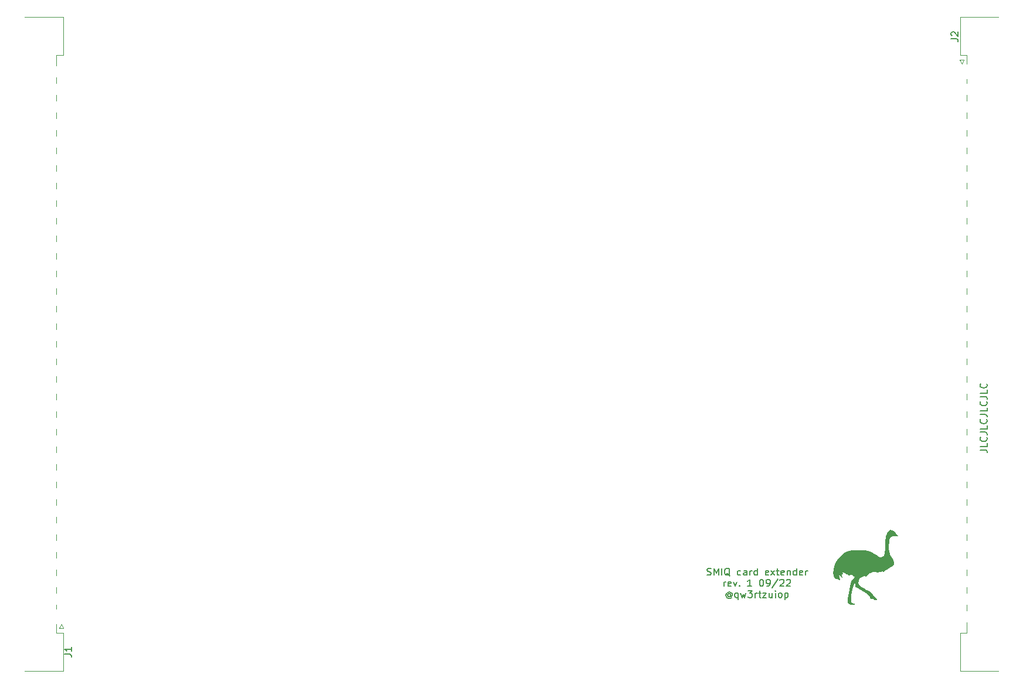
<source format=gbr>
%TF.GenerationSoftware,KiCad,Pcbnew,(6.0.5)*%
%TF.CreationDate,2022-10-01T08:02:50+02:00*%
%TF.ProjectId,riser,72697365-722e-46b6-9963-61645f706362,rev?*%
%TF.SameCoordinates,Original*%
%TF.FileFunction,Legend,Top*%
%TF.FilePolarity,Positive*%
%FSLAX46Y46*%
G04 Gerber Fmt 4.6, Leading zero omitted, Abs format (unit mm)*
G04 Created by KiCad (PCBNEW (6.0.5)) date 2022-10-01 08:02:50*
%MOMM*%
%LPD*%
G01*
G04 APERTURE LIST*
%ADD10C,0.150000*%
%ADD11C,0.300000*%
%ADD12C,0.120000*%
G04 APERTURE END LIST*
D10*
X198080380Y-126793047D02*
X198794666Y-126793047D01*
X198937523Y-126840666D01*
X199032761Y-126935904D01*
X199080380Y-127078761D01*
X199080380Y-127174000D01*
X199080380Y-125840666D02*
X199080380Y-126316857D01*
X198080380Y-126316857D01*
X198985142Y-124935904D02*
X199032761Y-124983523D01*
X199080380Y-125126380D01*
X199080380Y-125221619D01*
X199032761Y-125364476D01*
X198937523Y-125459714D01*
X198842285Y-125507333D01*
X198651809Y-125554952D01*
X198508952Y-125554952D01*
X198318476Y-125507333D01*
X198223238Y-125459714D01*
X198128000Y-125364476D01*
X198080380Y-125221619D01*
X198080380Y-125126380D01*
X198128000Y-124983523D01*
X198175619Y-124935904D01*
X198080380Y-124221619D02*
X198794666Y-124221619D01*
X198937523Y-124269238D01*
X199032761Y-124364476D01*
X199080380Y-124507333D01*
X199080380Y-124602571D01*
X199080380Y-123269238D02*
X199080380Y-123745428D01*
X198080380Y-123745428D01*
X198985142Y-122364476D02*
X199032761Y-122412095D01*
X199080380Y-122554952D01*
X199080380Y-122650190D01*
X199032761Y-122793047D01*
X198937523Y-122888285D01*
X198842285Y-122935904D01*
X198651809Y-122983523D01*
X198508952Y-122983523D01*
X198318476Y-122935904D01*
X198223238Y-122888285D01*
X198128000Y-122793047D01*
X198080380Y-122650190D01*
X198080380Y-122554952D01*
X198128000Y-122412095D01*
X198175619Y-122364476D01*
X198080380Y-121650190D02*
X198794666Y-121650190D01*
X198937523Y-121697809D01*
X199032761Y-121793047D01*
X199080380Y-121935904D01*
X199080380Y-122031142D01*
X199080380Y-120697809D02*
X199080380Y-121174000D01*
X198080380Y-121174000D01*
X198985142Y-119793047D02*
X199032761Y-119840666D01*
X199080380Y-119983523D01*
X199080380Y-120078761D01*
X199032761Y-120221619D01*
X198937523Y-120316857D01*
X198842285Y-120364476D01*
X198651809Y-120412095D01*
X198508952Y-120412095D01*
X198318476Y-120364476D01*
X198223238Y-120316857D01*
X198128000Y-120221619D01*
X198080380Y-120078761D01*
X198080380Y-119983523D01*
X198128000Y-119840666D01*
X198175619Y-119793047D01*
X198080380Y-119078761D02*
X198794666Y-119078761D01*
X198937523Y-119126380D01*
X199032761Y-119221619D01*
X199080380Y-119364476D01*
X199080380Y-119459714D01*
X199080380Y-118126380D02*
X199080380Y-118602571D01*
X198080380Y-118602571D01*
X198985142Y-117221619D02*
X199032761Y-117269238D01*
X199080380Y-117412095D01*
X199080380Y-117507333D01*
X199032761Y-117650190D01*
X198937523Y-117745428D01*
X198842285Y-117793047D01*
X198651809Y-117840666D01*
X198508952Y-117840666D01*
X198318476Y-117793047D01*
X198223238Y-117745428D01*
X198128000Y-117650190D01*
X198080380Y-117507333D01*
X198080380Y-117412095D01*
X198128000Y-117269238D01*
X198175619Y-117221619D01*
X158647714Y-144844761D02*
X158790571Y-144892380D01*
X159028666Y-144892380D01*
X159123904Y-144844761D01*
X159171523Y-144797142D01*
X159219142Y-144701904D01*
X159219142Y-144606666D01*
X159171523Y-144511428D01*
X159123904Y-144463809D01*
X159028666Y-144416190D01*
X158838190Y-144368571D01*
X158742952Y-144320952D01*
X158695333Y-144273333D01*
X158647714Y-144178095D01*
X158647714Y-144082857D01*
X158695333Y-143987619D01*
X158742952Y-143940000D01*
X158838190Y-143892380D01*
X159076285Y-143892380D01*
X159219142Y-143940000D01*
X159647714Y-144892380D02*
X159647714Y-143892380D01*
X159981047Y-144606666D01*
X160314380Y-143892380D01*
X160314380Y-144892380D01*
X160790571Y-144892380D02*
X160790571Y-143892380D01*
X161933428Y-144987619D02*
X161838190Y-144940000D01*
X161742952Y-144844761D01*
X161600095Y-144701904D01*
X161504857Y-144654285D01*
X161409619Y-144654285D01*
X161457238Y-144892380D02*
X161362000Y-144844761D01*
X161266761Y-144749523D01*
X161219142Y-144559047D01*
X161219142Y-144225714D01*
X161266761Y-144035238D01*
X161362000Y-143940000D01*
X161457238Y-143892380D01*
X161647714Y-143892380D01*
X161742952Y-143940000D01*
X161838190Y-144035238D01*
X161885809Y-144225714D01*
X161885809Y-144559047D01*
X161838190Y-144749523D01*
X161742952Y-144844761D01*
X161647714Y-144892380D01*
X161457238Y-144892380D01*
X163504857Y-144844761D02*
X163409619Y-144892380D01*
X163219142Y-144892380D01*
X163123904Y-144844761D01*
X163076285Y-144797142D01*
X163028666Y-144701904D01*
X163028666Y-144416190D01*
X163076285Y-144320952D01*
X163123904Y-144273333D01*
X163219142Y-144225714D01*
X163409619Y-144225714D01*
X163504857Y-144273333D01*
X164362000Y-144892380D02*
X164362000Y-144368571D01*
X164314380Y-144273333D01*
X164219142Y-144225714D01*
X164028666Y-144225714D01*
X163933428Y-144273333D01*
X164362000Y-144844761D02*
X164266761Y-144892380D01*
X164028666Y-144892380D01*
X163933428Y-144844761D01*
X163885809Y-144749523D01*
X163885809Y-144654285D01*
X163933428Y-144559047D01*
X164028666Y-144511428D01*
X164266761Y-144511428D01*
X164362000Y-144463809D01*
X164838190Y-144892380D02*
X164838190Y-144225714D01*
X164838190Y-144416190D02*
X164885809Y-144320952D01*
X164933428Y-144273333D01*
X165028666Y-144225714D01*
X165123904Y-144225714D01*
X165885809Y-144892380D02*
X165885809Y-143892380D01*
X165885809Y-144844761D02*
X165790571Y-144892380D01*
X165600095Y-144892380D01*
X165504857Y-144844761D01*
X165457238Y-144797142D01*
X165409619Y-144701904D01*
X165409619Y-144416190D01*
X165457238Y-144320952D01*
X165504857Y-144273333D01*
X165600095Y-144225714D01*
X165790571Y-144225714D01*
X165885809Y-144273333D01*
X167504857Y-144844761D02*
X167409619Y-144892380D01*
X167219142Y-144892380D01*
X167123904Y-144844761D01*
X167076285Y-144749523D01*
X167076285Y-144368571D01*
X167123904Y-144273333D01*
X167219142Y-144225714D01*
X167409619Y-144225714D01*
X167504857Y-144273333D01*
X167552476Y-144368571D01*
X167552476Y-144463809D01*
X167076285Y-144559047D01*
X167885809Y-144892380D02*
X168409619Y-144225714D01*
X167885809Y-144225714D02*
X168409619Y-144892380D01*
X168647714Y-144225714D02*
X169028666Y-144225714D01*
X168790571Y-143892380D02*
X168790571Y-144749523D01*
X168838190Y-144844761D01*
X168933428Y-144892380D01*
X169028666Y-144892380D01*
X169742952Y-144844761D02*
X169647714Y-144892380D01*
X169457238Y-144892380D01*
X169362000Y-144844761D01*
X169314380Y-144749523D01*
X169314380Y-144368571D01*
X169362000Y-144273333D01*
X169457238Y-144225714D01*
X169647714Y-144225714D01*
X169742952Y-144273333D01*
X169790571Y-144368571D01*
X169790571Y-144463809D01*
X169314380Y-144559047D01*
X170219142Y-144225714D02*
X170219142Y-144892380D01*
X170219142Y-144320952D02*
X170266761Y-144273333D01*
X170362000Y-144225714D01*
X170504857Y-144225714D01*
X170600095Y-144273333D01*
X170647714Y-144368571D01*
X170647714Y-144892380D01*
X171552476Y-144892380D02*
X171552476Y-143892380D01*
X171552476Y-144844761D02*
X171457238Y-144892380D01*
X171266761Y-144892380D01*
X171171523Y-144844761D01*
X171123904Y-144797142D01*
X171076285Y-144701904D01*
X171076285Y-144416190D01*
X171123904Y-144320952D01*
X171171523Y-144273333D01*
X171266761Y-144225714D01*
X171457238Y-144225714D01*
X171552476Y-144273333D01*
X172409619Y-144844761D02*
X172314380Y-144892380D01*
X172123904Y-144892380D01*
X172028666Y-144844761D01*
X171981047Y-144749523D01*
X171981047Y-144368571D01*
X172028666Y-144273333D01*
X172123904Y-144225714D01*
X172314380Y-144225714D01*
X172409619Y-144273333D01*
X172457238Y-144368571D01*
X172457238Y-144463809D01*
X171981047Y-144559047D01*
X172885809Y-144892380D02*
X172885809Y-144225714D01*
X172885809Y-144416190D02*
X172933428Y-144320952D01*
X172981047Y-144273333D01*
X173076285Y-144225714D01*
X173171523Y-144225714D01*
X161076285Y-146502380D02*
X161076285Y-145835714D01*
X161076285Y-146026190D02*
X161123904Y-145930952D01*
X161171523Y-145883333D01*
X161266761Y-145835714D01*
X161362000Y-145835714D01*
X162076285Y-146454761D02*
X161981047Y-146502380D01*
X161790571Y-146502380D01*
X161695333Y-146454761D01*
X161647714Y-146359523D01*
X161647714Y-145978571D01*
X161695333Y-145883333D01*
X161790571Y-145835714D01*
X161981047Y-145835714D01*
X162076285Y-145883333D01*
X162123904Y-145978571D01*
X162123904Y-146073809D01*
X161647714Y-146169047D01*
X162457238Y-145835714D02*
X162695333Y-146502380D01*
X162933428Y-145835714D01*
X163314380Y-146407142D02*
X163362000Y-146454761D01*
X163314380Y-146502380D01*
X163266761Y-146454761D01*
X163314380Y-146407142D01*
X163314380Y-146502380D01*
X165076285Y-146502380D02*
X164504857Y-146502380D01*
X164790571Y-146502380D02*
X164790571Y-145502380D01*
X164695333Y-145645238D01*
X164600095Y-145740476D01*
X164504857Y-145788095D01*
X166457238Y-145502380D02*
X166552476Y-145502380D01*
X166647714Y-145550000D01*
X166695333Y-145597619D01*
X166742952Y-145692857D01*
X166790571Y-145883333D01*
X166790571Y-146121428D01*
X166742952Y-146311904D01*
X166695333Y-146407142D01*
X166647714Y-146454761D01*
X166552476Y-146502380D01*
X166457238Y-146502380D01*
X166362000Y-146454761D01*
X166314380Y-146407142D01*
X166266761Y-146311904D01*
X166219142Y-146121428D01*
X166219142Y-145883333D01*
X166266761Y-145692857D01*
X166314380Y-145597619D01*
X166362000Y-145550000D01*
X166457238Y-145502380D01*
X167266761Y-146502380D02*
X167457238Y-146502380D01*
X167552476Y-146454761D01*
X167600095Y-146407142D01*
X167695333Y-146264285D01*
X167742952Y-146073809D01*
X167742952Y-145692857D01*
X167695333Y-145597619D01*
X167647714Y-145550000D01*
X167552476Y-145502380D01*
X167362000Y-145502380D01*
X167266761Y-145550000D01*
X167219142Y-145597619D01*
X167171523Y-145692857D01*
X167171523Y-145930952D01*
X167219142Y-146026190D01*
X167266761Y-146073809D01*
X167362000Y-146121428D01*
X167552476Y-146121428D01*
X167647714Y-146073809D01*
X167695333Y-146026190D01*
X167742952Y-145930952D01*
X168885809Y-145454761D02*
X168028666Y-146740476D01*
X169171523Y-145597619D02*
X169219142Y-145550000D01*
X169314380Y-145502380D01*
X169552476Y-145502380D01*
X169647714Y-145550000D01*
X169695333Y-145597619D01*
X169742952Y-145692857D01*
X169742952Y-145788095D01*
X169695333Y-145930952D01*
X169123904Y-146502380D01*
X169742952Y-146502380D01*
X170123904Y-145597619D02*
X170171523Y-145550000D01*
X170266761Y-145502380D01*
X170504857Y-145502380D01*
X170600095Y-145550000D01*
X170647714Y-145597619D01*
X170695333Y-145692857D01*
X170695333Y-145788095D01*
X170647714Y-145930952D01*
X170076285Y-146502380D01*
X170695333Y-146502380D01*
X162028666Y-147636190D02*
X161981047Y-147588571D01*
X161885809Y-147540952D01*
X161790571Y-147540952D01*
X161695333Y-147588571D01*
X161647714Y-147636190D01*
X161600095Y-147731428D01*
X161600095Y-147826666D01*
X161647714Y-147921904D01*
X161695333Y-147969523D01*
X161790571Y-148017142D01*
X161885809Y-148017142D01*
X161981047Y-147969523D01*
X162028666Y-147921904D01*
X162028666Y-147540952D02*
X162028666Y-147921904D01*
X162076285Y-147969523D01*
X162123904Y-147969523D01*
X162219142Y-147921904D01*
X162266761Y-147826666D01*
X162266761Y-147588571D01*
X162171523Y-147445714D01*
X162028666Y-147350476D01*
X161838190Y-147302857D01*
X161647714Y-147350476D01*
X161504857Y-147445714D01*
X161409619Y-147588571D01*
X161362000Y-147779047D01*
X161409619Y-147969523D01*
X161504857Y-148112380D01*
X161647714Y-148207619D01*
X161838190Y-148255238D01*
X162028666Y-148207619D01*
X162171523Y-148112380D01*
X163123904Y-147445714D02*
X163123904Y-148445714D01*
X163123904Y-148064761D02*
X163028666Y-148112380D01*
X162838190Y-148112380D01*
X162742952Y-148064761D01*
X162695333Y-148017142D01*
X162647714Y-147921904D01*
X162647714Y-147636190D01*
X162695333Y-147540952D01*
X162742952Y-147493333D01*
X162838190Y-147445714D01*
X163028666Y-147445714D01*
X163123904Y-147493333D01*
X163504857Y-147445714D02*
X163695333Y-148112380D01*
X163885809Y-147636190D01*
X164076285Y-148112380D01*
X164266761Y-147445714D01*
X164552476Y-147112380D02*
X165171523Y-147112380D01*
X164838190Y-147493333D01*
X164981047Y-147493333D01*
X165076285Y-147540952D01*
X165123904Y-147588571D01*
X165171523Y-147683809D01*
X165171523Y-147921904D01*
X165123904Y-148017142D01*
X165076285Y-148064761D01*
X164981047Y-148112380D01*
X164695333Y-148112380D01*
X164600095Y-148064761D01*
X164552476Y-148017142D01*
X165600095Y-148112380D02*
X165600095Y-147445714D01*
X165600095Y-147636190D02*
X165647714Y-147540952D01*
X165695333Y-147493333D01*
X165790571Y-147445714D01*
X165885809Y-147445714D01*
X166076285Y-147445714D02*
X166457238Y-147445714D01*
X166219142Y-147112380D02*
X166219142Y-147969523D01*
X166266761Y-148064761D01*
X166362000Y-148112380D01*
X166457238Y-148112380D01*
X166695333Y-147445714D02*
X167219142Y-147445714D01*
X166695333Y-148112380D01*
X167219142Y-148112380D01*
X168028666Y-147445714D02*
X168028666Y-148112380D01*
X167600095Y-147445714D02*
X167600095Y-147969523D01*
X167647714Y-148064761D01*
X167742952Y-148112380D01*
X167885809Y-148112380D01*
X167981047Y-148064761D01*
X168028666Y-148017142D01*
X168504857Y-148112380D02*
X168504857Y-147445714D01*
X168504857Y-147112380D02*
X168457238Y-147160000D01*
X168504857Y-147207619D01*
X168552476Y-147160000D01*
X168504857Y-147112380D01*
X168504857Y-147207619D01*
X169123904Y-148112380D02*
X169028666Y-148064761D01*
X168981047Y-148017142D01*
X168933428Y-147921904D01*
X168933428Y-147636190D01*
X168981047Y-147540952D01*
X169028666Y-147493333D01*
X169123904Y-147445714D01*
X169266761Y-147445714D01*
X169362000Y-147493333D01*
X169409619Y-147540952D01*
X169457238Y-147636190D01*
X169457238Y-147921904D01*
X169409619Y-148017142D01*
X169362000Y-148064761D01*
X169266761Y-148112380D01*
X169123904Y-148112380D01*
X169885809Y-147445714D02*
X169885809Y-148445714D01*
X169885809Y-147493333D02*
X169981047Y-147445714D01*
X170171523Y-147445714D01*
X170266761Y-147493333D01*
X170314380Y-147540952D01*
X170362000Y-147636190D01*
X170362000Y-147921904D01*
X170314380Y-148017142D01*
X170266761Y-148064761D01*
X170171523Y-148112380D01*
X169981047Y-148112380D01*
X169885809Y-148064761D01*
D11*
%TO.C,G\u002A\u002A\u002A*%
X180267428Y-143002000D02*
X180122285Y-142929428D01*
X179904571Y-142929428D01*
X179686857Y-143002000D01*
X179541714Y-143147142D01*
X179469142Y-143292285D01*
X179396571Y-143582571D01*
X179396571Y-143800285D01*
X179469142Y-144090571D01*
X179541714Y-144235714D01*
X179686857Y-144380857D01*
X179904571Y-144453428D01*
X180049714Y-144453428D01*
X180267428Y-144380857D01*
X180340000Y-144308285D01*
X180340000Y-143800285D01*
X180049714Y-143800285D01*
X181210857Y-142929428D02*
X181210857Y-143292285D01*
X180848000Y-143147142D02*
X181210857Y-143292285D01*
X181573714Y-143147142D01*
X180993142Y-143582571D02*
X181210857Y-143292285D01*
X181428571Y-143582571D01*
X182372000Y-142929428D02*
X182372000Y-143292285D01*
X182009142Y-143147142D02*
X182372000Y-143292285D01*
X182734857Y-143147142D01*
X182154285Y-143582571D02*
X182372000Y-143292285D01*
X182589714Y-143582571D01*
X183533142Y-142929428D02*
X183533142Y-143292285D01*
X183170285Y-143147142D02*
X183533142Y-143292285D01*
X183896000Y-143147142D01*
X183315428Y-143582571D02*
X183533142Y-143292285D01*
X183750857Y-143582571D01*
D10*
%TO.C,J2*%
X193899380Y-67389333D02*
X194613666Y-67389333D01*
X194756523Y-67436952D01*
X194851761Y-67532190D01*
X194899380Y-67675047D01*
X194899380Y-67770285D01*
X193994619Y-66960761D02*
X193947000Y-66913142D01*
X193899380Y-66817904D01*
X193899380Y-66579809D01*
X193947000Y-66484571D01*
X193994619Y-66436952D01*
X194089857Y-66389333D01*
X194185095Y-66389333D01*
X194327952Y-66436952D01*
X194899380Y-67008380D01*
X194899380Y-66389333D01*
%TO.C,J1*%
X65863380Y-156289333D02*
X66577666Y-156289333D01*
X66720523Y-156336952D01*
X66815761Y-156432190D01*
X66863380Y-156575047D01*
X66863380Y-156670285D01*
X66863380Y-155289333D02*
X66863380Y-155860761D01*
X66863380Y-155575047D02*
X65863380Y-155575047D01*
X66006238Y-155670285D01*
X66101476Y-155765523D01*
X66149095Y-155860761D01*
%TO.C,G\u002A\u002A\u002A*%
G36*
X185399060Y-138413768D02*
G01*
X185699896Y-138627807D01*
X185894837Y-138809070D01*
X186366042Y-139272806D01*
X185854036Y-139253570D01*
X185488548Y-139263583D01*
X185248922Y-139343642D01*
X185097695Y-139519083D01*
X184997406Y-139815242D01*
X184992457Y-139836253D01*
X184939455Y-140185574D01*
X184916601Y-140605620D01*
X184922673Y-141040160D01*
X184956447Y-141432964D01*
X185016700Y-141727799D01*
X185034666Y-141777020D01*
X185170797Y-142042782D01*
X185348239Y-142319571D01*
X185380964Y-142363797D01*
X185577968Y-142709942D01*
X185657312Y-143054850D01*
X185614344Y-143358383D01*
X185514827Y-143518600D01*
X185392620Y-143629814D01*
X185335838Y-143642152D01*
X185335333Y-143637125D01*
X185282782Y-143640328D01*
X185151780Y-143739262D01*
X185102500Y-143784454D01*
X184883777Y-143949816D01*
X184662019Y-144056699D01*
X184643064Y-144061909D01*
X184413216Y-144165175D01*
X184270109Y-144279615D01*
X184118495Y-144410147D01*
X184019246Y-144430762D01*
X184004238Y-144339148D01*
X184017585Y-144297914D01*
X184044525Y-144205765D01*
X183992919Y-144228971D01*
X183908271Y-144303228D01*
X183756309Y-144392402D01*
X183546832Y-144463157D01*
X183336189Y-144503844D01*
X183180731Y-144502814D01*
X183133954Y-144463306D01*
X183059083Y-144421949D01*
X182873511Y-144400048D01*
X182816454Y-144399000D01*
X182609670Y-144419292D01*
X182403886Y-144493134D01*
X182162915Y-144639976D01*
X181850571Y-144879269D01*
X181713838Y-144991667D01*
X181530134Y-145130164D01*
X181456675Y-145147081D01*
X181464182Y-145097500D01*
X181494367Y-144996946D01*
X181466945Y-144962056D01*
X181354298Y-144996697D01*
X181128806Y-145104736D01*
X181019901Y-145159699D01*
X180776722Y-145294032D01*
X180643983Y-145417755D01*
X180577027Y-145588219D01*
X180544825Y-145769778D01*
X180516996Y-146019208D01*
X180548039Y-146178400D01*
X180665947Y-146322619D01*
X180792358Y-146435282D01*
X181011616Y-146600664D01*
X181324031Y-146806501D01*
X181672285Y-147015584D01*
X181776372Y-147074036D01*
X182081695Y-147254301D01*
X182326870Y-147421420D01*
X182475030Y-147549256D01*
X182500339Y-147587326D01*
X182585448Y-147722925D01*
X182752553Y-147919244D01*
X182883142Y-148052993D01*
X183068284Y-148243207D01*
X183190119Y-148388722D01*
X183218591Y-148441834D01*
X183150168Y-148493421D01*
X182996816Y-148502925D01*
X182836674Y-148473900D01*
X182753000Y-148420667D01*
X182636226Y-148354993D01*
X182495139Y-148336000D01*
X182325161Y-148286531D01*
X182198531Y-148113586D01*
X182169918Y-148049547D01*
X182018207Y-147816580D01*
X181744177Y-147564646D01*
X181335423Y-147284349D01*
X180779538Y-146966291D01*
X180646928Y-146895911D01*
X180347089Y-146734162D01*
X180167706Y-146616556D01*
X180077934Y-146511200D01*
X180046926Y-146386203D01*
X180043667Y-146272197D01*
X180038932Y-146072016D01*
X180027243Y-145968998D01*
X180024221Y-145965278D01*
X179964418Y-146037338D01*
X179873670Y-146219046D01*
X179773376Y-146459009D01*
X179684940Y-146705835D01*
X179629761Y-146908134D01*
X179628273Y-146916081D01*
X179555819Y-147370226D01*
X179502255Y-147815309D01*
X179470282Y-148214597D01*
X179462599Y-148531360D01*
X179481905Y-148728868D01*
X179492859Y-148758448D01*
X179627786Y-148879405D01*
X179834604Y-148958821D01*
X180000328Y-149017812D01*
X180047395Y-149090819D01*
X180044281Y-149097006D01*
X179932004Y-149147396D01*
X179715724Y-149170433D01*
X179458906Y-149163805D01*
X179230413Y-149126662D01*
X179063630Y-149037901D01*
X178971587Y-148867399D01*
X178951327Y-148594194D01*
X178999891Y-148197322D01*
X179057955Y-147904395D01*
X179147766Y-147456325D01*
X179233105Y-146974909D01*
X179298718Y-146547601D01*
X179310886Y-146454361D01*
X179363841Y-146097411D01*
X179431640Y-145848974D01*
X179537642Y-145648445D01*
X179702508Y-145438361D01*
X179873402Y-145233088D01*
X179942031Y-145121107D01*
X179919227Y-145069682D01*
X179831511Y-145048430D01*
X179699614Y-144983696D01*
X179693445Y-144906581D01*
X179664530Y-144829582D01*
X179517320Y-144820017D01*
X179288703Y-144877550D01*
X179202077Y-144911037D01*
X179048662Y-144929668D01*
X179004522Y-144879899D01*
X178902511Y-144788540D01*
X178851278Y-144780000D01*
X178743210Y-144731959D01*
X178731333Y-144695334D01*
X178660896Y-144625115D01*
X178572327Y-144610667D01*
X178407938Y-144545868D01*
X178280551Y-144420167D01*
X178194921Y-144303931D01*
X178175875Y-144316416D01*
X178213686Y-144473549D01*
X178224169Y-144512464D01*
X178263461Y-144698884D01*
X178236696Y-144760426D01*
X178180146Y-144749055D01*
X178103107Y-144751605D01*
X178094176Y-144867982D01*
X178111397Y-144974258D01*
X178163059Y-145245667D01*
X177946400Y-145047177D01*
X177729742Y-144848686D01*
X177810300Y-145207223D01*
X177862605Y-145504641D01*
X177849273Y-145650066D01*
X177767786Y-145648630D01*
X177647125Y-145540161D01*
X177522810Y-145430673D01*
X177462428Y-145424521D01*
X177461333Y-145433403D01*
X177411304Y-145481446D01*
X177251144Y-145428201D01*
X177032406Y-145239742D01*
X176907398Y-144941315D01*
X176869158Y-144559095D01*
X176910723Y-144119256D01*
X177025133Y-143647974D01*
X177205424Y-143171424D01*
X177444635Y-142715779D01*
X177735805Y-142307216D01*
X178071970Y-141971909D01*
X178195048Y-141879403D01*
X178554447Y-141645269D01*
X178874397Y-141478615D01*
X179197265Y-141368420D01*
X179565413Y-141303663D01*
X180021207Y-141273323D01*
X180551667Y-141266334D01*
X181101987Y-141272642D01*
X181529744Y-141300442D01*
X181881512Y-141363042D01*
X182203864Y-141473755D01*
X182543373Y-141645889D01*
X182946612Y-141892757D01*
X183107650Y-141996825D01*
X183465924Y-142205099D01*
X183735028Y-142294079D01*
X183944216Y-142265511D01*
X184122741Y-142121136D01*
X184171198Y-142060223D01*
X184240266Y-141945962D01*
X184288597Y-141799288D01*
X184320559Y-141588051D01*
X184340524Y-141280101D01*
X184352862Y-140843287D01*
X184355344Y-140705556D01*
X184368795Y-140198000D01*
X184392898Y-139819494D01*
X184432686Y-139529848D01*
X184493189Y-139288873D01*
X184553961Y-139118999D01*
X184746974Y-138700284D01*
X184940336Y-138445907D01*
X185151786Y-138351768D01*
X185399060Y-138413768D01*
G37*
D12*
%TO.C,J2*%
X196187000Y-85706000D02*
X196187000Y-86507000D01*
X196187000Y-108566000D02*
X196187000Y-109367000D01*
X196187000Y-88246000D02*
X196187000Y-89047000D01*
X195447000Y-71041000D02*
X195747000Y-70441000D01*
X196187000Y-69765000D02*
X196187000Y-71041000D01*
X195187000Y-69766000D02*
X196187000Y-69766000D01*
X196187000Y-131426000D02*
X196187000Y-132227000D01*
X196187000Y-78086000D02*
X196187000Y-78887000D01*
X196187000Y-90786000D02*
X196187000Y-91587000D01*
X196187000Y-128886000D02*
X196187000Y-129687000D01*
X195187000Y-64246000D02*
X195187000Y-69766000D01*
X196187000Y-73231000D02*
X196187000Y-73807000D01*
X196187000Y-123806000D02*
X196187000Y-124607000D01*
X196187000Y-113646000D02*
X196187000Y-114447000D01*
X196187000Y-141586000D02*
X196187000Y-142387000D01*
X196187000Y-151746000D02*
X196187000Y-153246000D01*
X196187000Y-106026000D02*
X196187000Y-106827000D01*
X196187000Y-133966000D02*
X196187000Y-134767000D01*
X195747000Y-70441000D02*
X195147000Y-70441000D01*
X196187000Y-111106000D02*
X196187000Y-111907000D01*
X196187000Y-144126000D02*
X196187000Y-144927000D01*
X196187000Y-118726000D02*
X196187000Y-119527000D01*
X196187000Y-136506000D02*
X196187000Y-137307000D01*
X195187000Y-153246000D02*
X196187000Y-153246000D01*
X200747000Y-158766000D02*
X195187000Y-158766000D01*
X196187000Y-93326000D02*
X196187000Y-94127000D01*
X196187000Y-95866000D02*
X196187000Y-96667000D01*
X196187000Y-103486000D02*
X196187000Y-104287000D01*
X196187000Y-83166000D02*
X196187000Y-83967000D01*
X196187000Y-126346000D02*
X196187000Y-127147000D01*
X195147000Y-70441000D02*
X195447000Y-71041000D01*
X196187000Y-121266000D02*
X196187000Y-122067000D01*
X196187000Y-98406000D02*
X196187000Y-99207000D01*
X196187000Y-80626000D02*
X196187000Y-81427000D01*
X196187000Y-146666000D02*
X196187000Y-147467000D01*
X196187000Y-116186000D02*
X196187000Y-116987000D01*
X196187000Y-100946000D02*
X196187000Y-101747000D01*
X200747000Y-64246000D02*
X195187000Y-64246000D01*
X196187000Y-75546000D02*
X196187000Y-76347000D01*
X196187000Y-149206000D02*
X196187000Y-150007000D01*
X196187000Y-139046000D02*
X196187000Y-139847000D01*
X195187000Y-158766000D02*
X195187000Y-153246000D01*
%TO.C,J1*%
X65671000Y-64246000D02*
X65671000Y-69766000D01*
X64671000Y-83966000D02*
X64671000Y-83165000D01*
X64671000Y-73806000D02*
X64671000Y-73005000D01*
X64671000Y-147466000D02*
X64671000Y-146665000D01*
X60111000Y-158766000D02*
X65671000Y-158766000D01*
X64671000Y-122066000D02*
X64671000Y-121265000D01*
X64671000Y-106826000D02*
X64671000Y-106025000D01*
X64671000Y-76346000D02*
X64671000Y-75545000D01*
X64671000Y-142386000D02*
X64671000Y-141585000D01*
X64671000Y-124606000D02*
X64671000Y-123805000D01*
X64671000Y-101746000D02*
X64671000Y-100945000D01*
X65711000Y-152571000D02*
X65411000Y-151971000D01*
X64671000Y-96666000D02*
X64671000Y-95865000D01*
X64671000Y-139846000D02*
X64671000Y-139045000D01*
X64671000Y-119526000D02*
X64671000Y-118725000D01*
X64671000Y-127146000D02*
X64671000Y-126345000D01*
X64671000Y-129686000D02*
X64671000Y-128885000D01*
X60111000Y-64246000D02*
X65671000Y-64246000D01*
X65671000Y-69766000D02*
X64671000Y-69766000D01*
X64671000Y-86506000D02*
X64671000Y-85705000D01*
X64671000Y-104286000D02*
X64671000Y-103485000D01*
X64671000Y-78886000D02*
X64671000Y-78085000D01*
X64671000Y-111906000D02*
X64671000Y-111105000D01*
X65111000Y-152571000D02*
X65711000Y-152571000D01*
X64671000Y-89046000D02*
X64671000Y-88245000D01*
X64671000Y-116986000D02*
X64671000Y-116185000D01*
X64671000Y-71266000D02*
X64671000Y-69766000D01*
X64671000Y-81426000D02*
X64671000Y-80625000D01*
X64671000Y-109366000D02*
X64671000Y-108565000D01*
X64671000Y-99206000D02*
X64671000Y-98405000D01*
X64671000Y-149781000D02*
X64671000Y-149205000D01*
X65671000Y-158766000D02*
X65671000Y-153246000D01*
X64671000Y-94126000D02*
X64671000Y-93325000D01*
X64671000Y-132226000D02*
X64671000Y-131425000D01*
X64671000Y-144926000D02*
X64671000Y-144125000D01*
X64671000Y-91586000D02*
X64671000Y-90785000D01*
X65671000Y-153246000D02*
X64671000Y-153246000D01*
X64671000Y-153247000D02*
X64671000Y-151971000D01*
X65411000Y-151971000D02*
X65111000Y-152571000D01*
X64671000Y-134766000D02*
X64671000Y-133965000D01*
X64671000Y-114446000D02*
X64671000Y-113645000D01*
X64671000Y-137306000D02*
X64671000Y-136505000D01*
%TD*%
M02*

</source>
